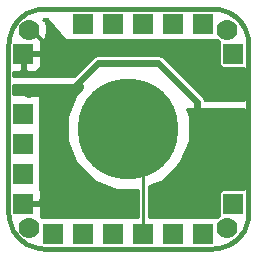
<source format=gbl>
G04 (created by PCBNEW-RS274X (2012-jan-04)-stable) date Mon 02 Apr 2012 09:15:32 PM CEST*
G01*
G70*
G90*
%MOIN*%
G04 Gerber Fmt 3.4, Leading zero omitted, Abs format*
%FSLAX34Y34*%
G04 APERTURE LIST*
%ADD10C,0.006000*%
%ADD11C,0.015000*%
%ADD12R,0.070000X0.070000*%
%ADD13R,0.070000X0.067000*%
%ADD14C,0.070000*%
%ADD15C,0.334600*%
%ADD16C,0.035000*%
%ADD17C,0.010000*%
%ADD18C,0.024000*%
G04 APERTURE END LIST*
G54D10*
G54D11*
X27390Y-33527D02*
X27390Y-39127D01*
X34190Y-32327D02*
X28590Y-32327D01*
X35390Y-39127D02*
X35390Y-33527D01*
X28590Y-40327D02*
X34190Y-40327D01*
X27390Y-39127D02*
X27395Y-39231D01*
X27409Y-39335D01*
X27431Y-39437D01*
X27463Y-39537D01*
X27503Y-39634D01*
X27551Y-39726D01*
X27608Y-39815D01*
X27671Y-39898D01*
X27742Y-39975D01*
X27819Y-40046D01*
X27902Y-40109D01*
X27991Y-40166D01*
X28083Y-40214D01*
X28180Y-40254D01*
X28280Y-40286D01*
X28382Y-40308D01*
X28486Y-40322D01*
X28590Y-40327D01*
X28590Y-32327D02*
X28486Y-32332D01*
X28382Y-32346D01*
X28280Y-32368D01*
X28180Y-32400D01*
X28083Y-32440D01*
X27991Y-32488D01*
X27902Y-32545D01*
X27819Y-32608D01*
X27742Y-32679D01*
X27671Y-32756D01*
X27608Y-32839D01*
X27551Y-32928D01*
X27503Y-33020D01*
X27463Y-33117D01*
X27431Y-33217D01*
X27409Y-33319D01*
X27395Y-33423D01*
X27390Y-33527D01*
X35390Y-33527D02*
X35385Y-33423D01*
X35371Y-33319D01*
X35349Y-33217D01*
X35317Y-33117D01*
X35277Y-33020D01*
X35229Y-32928D01*
X35172Y-32839D01*
X35109Y-32756D01*
X35038Y-32679D01*
X34961Y-32608D01*
X34878Y-32545D01*
X34790Y-32488D01*
X34697Y-32440D01*
X34600Y-32400D01*
X34500Y-32368D01*
X34398Y-32346D01*
X34294Y-32332D01*
X34190Y-32327D01*
X34190Y-40327D02*
X34294Y-40322D01*
X34398Y-40308D01*
X34500Y-40286D01*
X34600Y-40254D01*
X34697Y-40214D01*
X34790Y-40166D01*
X34878Y-40109D01*
X34961Y-40046D01*
X35038Y-39975D01*
X35109Y-39898D01*
X35172Y-39815D01*
X35229Y-39726D01*
X35277Y-39634D01*
X35317Y-39537D01*
X35349Y-39437D01*
X35371Y-39335D01*
X35385Y-39231D01*
X35390Y-39127D01*
G54D12*
X30890Y-39827D03*
X33890Y-39827D03*
X32890Y-39827D03*
X28890Y-39827D03*
X29890Y-39827D03*
X31890Y-39827D03*
X31890Y-32827D03*
X32890Y-32827D03*
X27890Y-37827D03*
X27890Y-36827D03*
X27890Y-35827D03*
G54D13*
X30890Y-32827D03*
G54D12*
X29890Y-32827D03*
X33890Y-32827D03*
X27890Y-33827D03*
G54D14*
X34690Y-33027D03*
G54D12*
X27890Y-38827D03*
G54D14*
X34690Y-39627D03*
X28090Y-33027D03*
X28090Y-39627D03*
G54D12*
X34890Y-33827D03*
X34890Y-38827D03*
G54D15*
X31390Y-36327D03*
G54D16*
X28590Y-38727D03*
X33890Y-38327D03*
X28090Y-35127D03*
X34090Y-36427D03*
G54D17*
X31890Y-39827D02*
X31890Y-36827D01*
X31890Y-36827D02*
X31390Y-36327D01*
G54D18*
X29390Y-35127D02*
X28890Y-35127D01*
X33690Y-36027D02*
X33690Y-35427D01*
X28090Y-35127D02*
X28490Y-35127D01*
X28590Y-38727D02*
X28590Y-38627D01*
X32390Y-34127D02*
X30390Y-34127D01*
X33690Y-35427D02*
X32390Y-34127D01*
X30390Y-34127D02*
X29390Y-35127D01*
X34090Y-36427D02*
X33690Y-36027D01*
X33890Y-38327D02*
X33890Y-38227D01*
G54D10*
G36*
X31710Y-39277D02*
X28468Y-39277D01*
X28489Y-39227D01*
X28489Y-39128D01*
X28490Y-38939D01*
X28428Y-38877D01*
X27990Y-38877D01*
X27940Y-38877D01*
X27911Y-38877D01*
X28011Y-38777D01*
X28428Y-38777D01*
X28490Y-38715D01*
X28489Y-38526D01*
X28489Y-38427D01*
X28451Y-38336D01*
X28440Y-38325D01*
X28440Y-35177D01*
X27531Y-35177D01*
X27531Y-34877D01*
X29840Y-34877D01*
X29840Y-34988D01*
X29659Y-35169D01*
X29348Y-35919D01*
X29347Y-36732D01*
X29658Y-37483D01*
X30232Y-38058D01*
X30982Y-38369D01*
X31710Y-38369D01*
X31710Y-39277D01*
X31710Y-39277D01*
G37*
G54D17*
X31710Y-39277D02*
X28468Y-39277D01*
X28489Y-39227D01*
X28489Y-39128D01*
X28490Y-38939D01*
X28428Y-38877D01*
X27990Y-38877D01*
X27940Y-38877D01*
X27911Y-38877D01*
X28011Y-38777D01*
X28428Y-38777D01*
X28490Y-38715D01*
X28489Y-38526D01*
X28489Y-38427D01*
X28451Y-38336D01*
X28440Y-38325D01*
X28440Y-35177D01*
X27531Y-35177D01*
X27531Y-34877D01*
X29840Y-34877D01*
X29840Y-34988D01*
X29659Y-35169D01*
X29348Y-35919D01*
X29347Y-36732D01*
X29658Y-37483D01*
X30232Y-38058D01*
X30982Y-38369D01*
X31710Y-38369D01*
X31710Y-39277D01*
G54D10*
G36*
X35249Y-38348D02*
X35214Y-38348D01*
X34514Y-38348D01*
X34467Y-38368D01*
X34430Y-38404D01*
X34411Y-38452D01*
X34411Y-38503D01*
X34411Y-39203D01*
X34418Y-39220D01*
X34361Y-39277D01*
X32070Y-39277D01*
X32070Y-38256D01*
X32546Y-38059D01*
X33121Y-37485D01*
X33432Y-36735D01*
X33433Y-35922D01*
X33331Y-35677D01*
X35249Y-35677D01*
X35249Y-38348D01*
X35249Y-38348D01*
G37*
G54D17*
X35249Y-38348D02*
X35214Y-38348D01*
X34514Y-38348D01*
X34467Y-38368D01*
X34430Y-38404D01*
X34411Y-38452D01*
X34411Y-38503D01*
X34411Y-39203D01*
X34418Y-39220D01*
X34361Y-39277D01*
X32070Y-39277D01*
X32070Y-38256D01*
X32546Y-38059D01*
X33121Y-37485D01*
X33432Y-36735D01*
X33433Y-35922D01*
X33331Y-35677D01*
X35249Y-35677D01*
X35249Y-38348D01*
G54D10*
G36*
X35249Y-35377D02*
X33930Y-35377D01*
X33921Y-35331D01*
X33867Y-35250D01*
X33864Y-35248D01*
X32567Y-33950D01*
X32486Y-33896D01*
X32390Y-33877D01*
X30390Y-33877D01*
X30294Y-33896D01*
X30213Y-33950D01*
X29586Y-34577D01*
X28683Y-34577D01*
X28490Y-34577D01*
X28490Y-33939D01*
X28428Y-33877D01*
X27940Y-33877D01*
X27940Y-34365D01*
X28002Y-34427D01*
X28289Y-34426D01*
X28381Y-34388D01*
X28451Y-34318D01*
X28489Y-34227D01*
X28489Y-34128D01*
X28490Y-33939D01*
X28490Y-34577D01*
X27531Y-34577D01*
X27531Y-34426D01*
X27778Y-34427D01*
X27840Y-34365D01*
X27840Y-33927D01*
X27840Y-33877D01*
X27840Y-33777D01*
X27840Y-33727D01*
X27840Y-33561D01*
X27940Y-33598D01*
X27940Y-33777D01*
X28428Y-33777D01*
X28490Y-33715D01*
X28489Y-33526D01*
X28489Y-33427D01*
X28451Y-33336D01*
X28381Y-33266D01*
X28289Y-33228D01*
X28219Y-33227D01*
X28125Y-33133D01*
X28090Y-33098D01*
X28019Y-33027D01*
X28090Y-32956D01*
X28161Y-33027D01*
X28196Y-33062D01*
X28504Y-33370D01*
X28603Y-33337D01*
X28683Y-33118D01*
X28672Y-32883D01*
X28603Y-32717D01*
X28556Y-32701D01*
X28581Y-32677D01*
X28667Y-32677D01*
X29267Y-33377D01*
X34361Y-33377D01*
X34418Y-33434D01*
X34411Y-33452D01*
X34411Y-33503D01*
X34411Y-34203D01*
X34431Y-34250D01*
X34467Y-34287D01*
X34515Y-34306D01*
X34566Y-34306D01*
X35249Y-34306D01*
X35249Y-35377D01*
X35249Y-35377D01*
G37*
G54D17*
X35249Y-35377D02*
X33930Y-35377D01*
X33921Y-35331D01*
X33867Y-35250D01*
X33864Y-35248D01*
X32567Y-33950D01*
X32486Y-33896D01*
X32390Y-33877D01*
X30390Y-33877D01*
X30294Y-33896D01*
X30213Y-33950D01*
X29586Y-34577D01*
X28683Y-34577D01*
X28490Y-34577D01*
X28490Y-33939D01*
X28428Y-33877D01*
X27940Y-33877D01*
X27940Y-34365D01*
X28002Y-34427D01*
X28289Y-34426D01*
X28381Y-34388D01*
X28451Y-34318D01*
X28489Y-34227D01*
X28489Y-34128D01*
X28490Y-33939D01*
X28490Y-34577D01*
X27531Y-34577D01*
X27531Y-34426D01*
X27778Y-34427D01*
X27840Y-34365D01*
X27840Y-33927D01*
X27840Y-33877D01*
X27840Y-33777D01*
X27840Y-33727D01*
X27840Y-33561D01*
X27940Y-33598D01*
X27940Y-33777D01*
X28428Y-33777D01*
X28490Y-33715D01*
X28489Y-33526D01*
X28489Y-33427D01*
X28451Y-33336D01*
X28381Y-33266D01*
X28289Y-33228D01*
X28219Y-33227D01*
X28125Y-33133D01*
X28090Y-33098D01*
X28019Y-33027D01*
X28090Y-32956D01*
X28161Y-33027D01*
X28196Y-33062D01*
X28504Y-33370D01*
X28603Y-33337D01*
X28683Y-33118D01*
X28672Y-32883D01*
X28603Y-32717D01*
X28556Y-32701D01*
X28581Y-32677D01*
X28667Y-32677D01*
X29267Y-33377D01*
X34361Y-33377D01*
X34418Y-33434D01*
X34411Y-33452D01*
X34411Y-33503D01*
X34411Y-34203D01*
X34431Y-34250D01*
X34467Y-34287D01*
X34515Y-34306D01*
X34566Y-34306D01*
X35249Y-34306D01*
X35249Y-35377D01*
M02*

</source>
